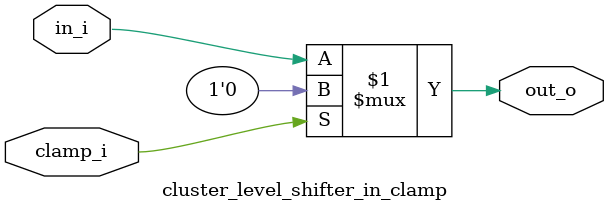
<source format=sv>

module cluster_level_shifter_in_clamp
(
    input  logic in_i,
    output logic out_o,
    input  logic clamp_i
);

assign out_o = clamp_i ? 1'b0 : in_i;

endmodule

</source>
